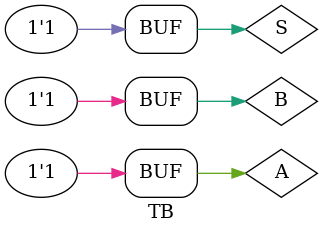
<source format=v>
module TB;
reg A,B,S;
wire X;
initial
begin
$dumpfile("MUX2_test.vcd");
$dumpvars(0,TB);
end

mux2 newMUX(.i0(A), .i1(B), .j(S), .o(X));

initial

begin

#5 S = 1'b0;A = 1'b0;B = 1'b0;
#5 S = 1'b0;A = 1'b0;B = 1'b1;
#5 S = 1'b0;A = 1'b1;B = 1'b0;
#5 S = 1'b0;A = 1'b1;B = 1'b1;
#5 S = 1'b1;A = 1'b0;B = 1'b0;
#5 S = 1'b1;A = 1'b0;B = 1'b1;
#5 S = 1'b1;A = 1'b1;B = 1'b0;
#5 S=1'b1;A = 1'b1;B = 1'b1;
#5;
end

initial
begin
$monitor("At time %t, A = %b, B = %b, S = %b, X = %b", $time, A, B, S, X);
end

endmodule

</source>
